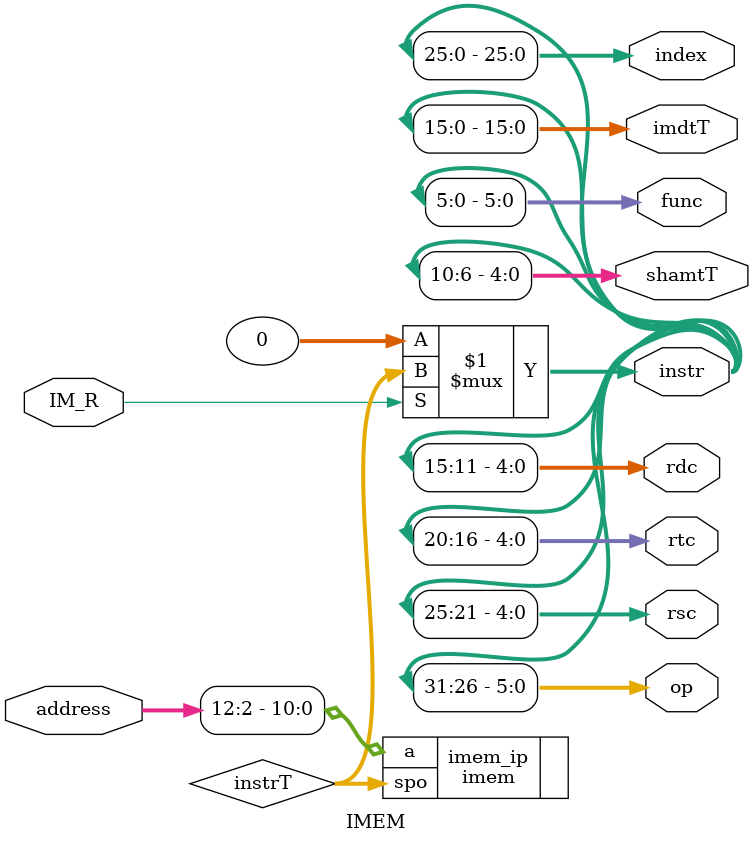
<source format=v>
`timescale 1ns / 1ps
module IMEM(
    input [31:0] address,
    input IM_R,//read a intruction
    output [31:0] instr,
    output [5:0] op,
    output [4:0] rsc,
    output [4:0] rtc,
    output [4:0] rdc,
    output [4:0] shamtT,
    output [5:0] func,
    output [15:0] imdtT,//immediate
    output [25:0] index

);
    assign op=instr[31:26];
    assign rsc=instr[25:21];
    assign rtc=instr[20:16];
    assign rdc=instr[15:11];
    assign shamtT=instr[10:6];
    assign func=instr[5:0];
    assign imdtT=instr[15:0];
    assign index=instr[25:0];
    wire [31:0]instrT;
    assign instr=IM_R?instrT : 32'h0;
    imem imem_ip(
        .a(address[12:2]),
        .spo(instrT)
    );
//    reg [31:0] IMEM [0:2047];
//    initial begin
//        // $readmemb("E:/github/cpu31/test_datas/_1_addi.txt", IMEM);
//        //$readmemb("E:/github/cpu31/test_datas/_1_addiu.txt", IMEM);
//        //$readmemb("E:/github/cpu31/test_datas/_1_lui.txt", IMEM);
//        //$readmemb("E:/github/cpu31/test_datas/_2_add.txt", IMEM);
//        //$readmemb("E:/github/cpu31/test_datas/_2_addu.txt", IMEM);
//        //$readmemb("E:/github/cpu31/test_datas/_2_and.txt", IMEM);
//        //$readmemb("E:/github/cpu31/test_datas/_2_andi.txt", IMEM);
//        //$readmemb("E:/github/cpu31/test_datas/_2_lwsw.txt", IMEM);
//        //$readmemb("E:/github/cpu31/test_datas/_2_lwsw2.txt", IMEM);
//       // $readmemb("E:/github/cpu31/test_datas/_2_nor.txt", IMEM);
//        //$readmemb("E:/github/cpu31/test_datas/_2_or.txt", IMEM);
//        //$readmemb("E:/github/cpu31/test_datas/_2_ori.txt", IMEM);
//        //$readmemb("E:/github/cpu31/test_datas/_2_sll.txt", IMEM);
//        //$readmemb("E:/github/cpu31/test_datas/_2_sllv.txt", IMEM);
//        //$readmemb("E:/github/cpu31/test_datas/_2_slt.txt", IMEM);
//        //$readmemb("E:/github/cpu31/test_datas/_2_slti.txt", IMEM);
//        //$readmemb("E:/github/cpu31/test_datas/_2_sltiu.txt", IMEM);
//        //$readmemb("E:/github/cpu31/test_datas/_2_sltu.txt", IMEM);
//        //$readmemb("E:/github/cpu31/test_datas/_2_sra.txt", IMEM);
//        //$readmemb("E:/github/cpu31/test_datas/_2_srav.txt", IMEM);
//        //$readmemb("E:/github/cpu31/test_datas/_2_srl.txt", IMEM);
//        //$readmemb("E:/github/cpu31/test_datas/_2_srlv.txt", IMEM);
//        //$readmemb("E:/github/cpu31/test_datas/_2_sub.txt", IMEM);
//        //$readmemb("E:/github/cpu31/test_datas/_2_subu.txt", IMEM);
//        //$readmemb("E:/github/cpu31/test_datas/_2_xor.txt", IMEM);
//        //$readmemb("E:/github/cpu31/test_datas/_2_xori.txt", IMEM);
//        //$readmemb("E:/github/cpu31/test_datas/_3.5_beq.txt", IMEM);
//        //$readmemb("E:/github/cpu31/test_datas/_3.5_bne.txt", IMEM);
//        //$readmemb("E:/github/cpu31/test_datas/_3_j.txt", IMEM);
//        //$readmemb("E:/github/cpu31/test_datas/_3_jal.txt", IMEM);
//        //$readmemb("E:/github/cpu31/test_datas/_4_jr.txt", IMEM);

//    end


endmodule
</source>
